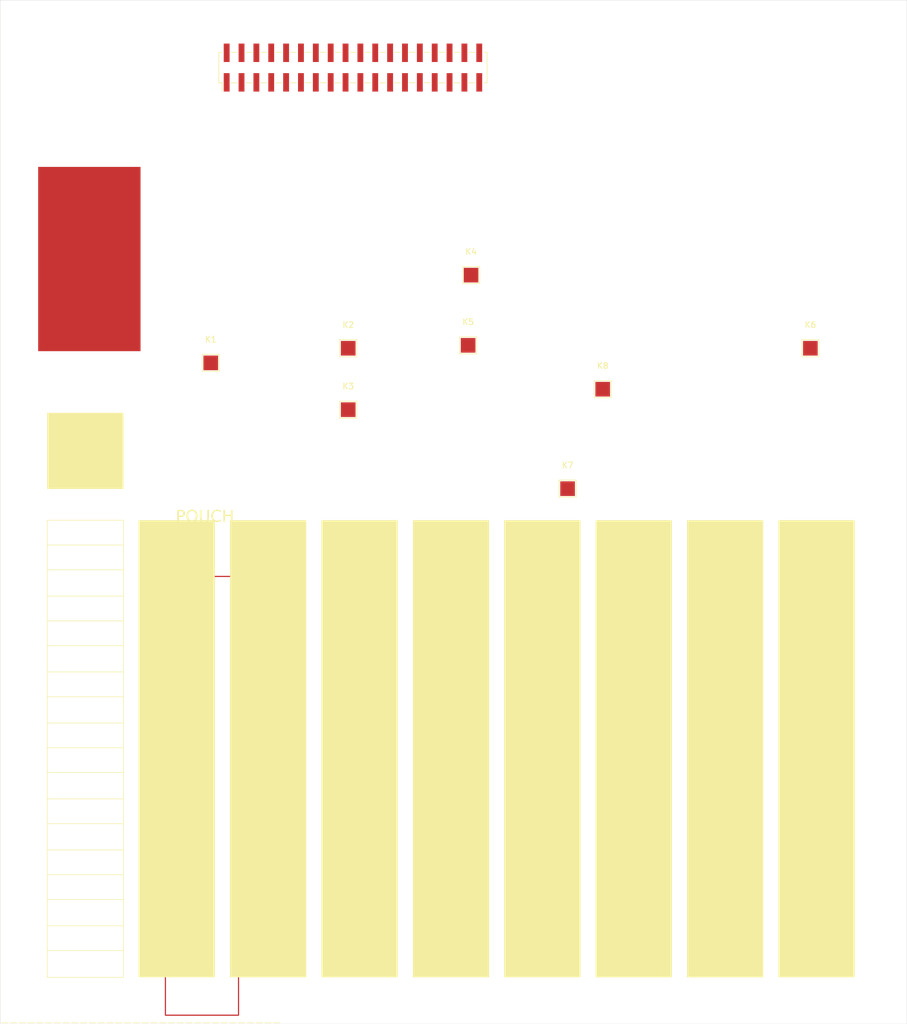
<source format=kicad_pcb>
(kicad_pcb (version 20240108) (generator "pcbnew") (generator_version "8.0")
  (layers (0 "F.Cu" signal) (31 "B.Cu" signal) (34 "B.Paste" user) (35 "F.Paste" user) (36 "B.SilkS" user "B.Silkscreen") (37 "F.SilkS" user "F.Silkscreen") (38 "B.Mask" user) (39 "F.Mask" user) (44 "Edge.Cuts" user))
  (net 0 "")
  (net 1 "Net-(J2-Pin_3)")
  (net 3 "Net-(J2-Pin_5)")
  (net 10 "Net-(J2-Pin_1)")
  (net 20 "Net-(J2-Pin_7)")
  (net 21 "Net-(J2-Pin_9)")
  (net 29 "Net-(J2-Pin_11)")
  (net 31 "Net-(J2-Pin_15)")
  (net 32 "Net-(J2-Pin_17)")
  (net 36 "Net-(J2-Pin_13)")
  (footprint "TestPoint:TestPoint_Pad_2.5x2.5mm" (layer "F.Cu") (at 61 83)
    (property "Reference" "K1" (at 0 -4 0) (layer "F.SilkS"))
    (property "Value" "Conn_01x01")
    (fp_line (start -1.45 -1.45) (end 1.45 -1.45) (stroke (width 0.12)) (layer "F.SilkS"))
    (fp_line (start -1.45 1.45) (end -1.45 -1.45) (stroke (width 0.12)) (layer "F.SilkS"))
    (fp_line (start 1.45 -1.45) (end 1.45 1.45) (stroke (width 0.12)) (layer "F.SilkS"))
    (fp_line (start 1.45 1.45) (end -1.45 1.45) (stroke (width 0.12)) (layer "F.SilkS"))
    (pad "1" smd rect (at 0 0) (size 2.5 2.5) (layers "F.Cu" "F.Mask") (net 10 "Net-(J2-Pin_1)"))
  )
  (footprint "Connector_PinHeader_2.54mm:PinHeader_2x18_P2.54mm_Vertical_SMD" (layer "F.Cu") (at 85.31 32.525 90)
    (property "Reference" "J2" (hide yes))
    (property "Value" "Conn_02x18_Counter_Clockwise")
    (fp_line (start 2.6 -22.92) (end 2.6 -22.35) (stroke (width 0.12)) (layer "F.SilkS"))
    (fp_line (start -2.6 -22.92) (end 2.6 -22.92) (stroke (width 0.12)) (layer "F.SilkS"))
    (fp_line (start -2.6 -22.92) (end -2.6 -22.35) (stroke (width 0.12)) (layer "F.SilkS"))
    (fp_line (start -4.04 -22.35) (end -2.6 -22.35) (stroke (width 0.12)) (layer "F.SilkS"))
    (fp_line (start 2.6 -20.83) (end 2.6 -19.81) (stroke (width 0.12)) (layer "F.SilkS"))
    (fp_line (start -2.6 -20.83) (end -2.6 -19.81) (stroke (width 0.12)) (layer "F.SilkS"))
    (fp_line (start 2.6 -18.29) (end 2.6 -17.27) (stroke (width 0.12)) (layer "F.SilkS"))
    (fp_line (start -2.6 -18.29) (end -2.6 -17.27) (stroke (width 0.12)) (layer "F.SilkS"))
    (fp_line (start 2.6 -15.75) (end 2.6 -14.73) (stroke (width 0.12)) (layer "F.SilkS"))
    (fp_line (start -2.6 -15.75) (end -2.6 -14.73) (stroke (width 0.12)) (layer "F.SilkS"))
    (fp_line (start 2.6 -13.21) (end 2.6 -12.19) (stroke (width 0.12)) (layer "F.SilkS"))
    (fp_line (start -2.6 -13.21) (end -2.6 -12.19) (stroke (width 0.12)) (layer "F.SilkS"))
    (fp_line (start 2.6 -10.67) (end 2.6 -9.65) (stroke (width 0.12)) (layer "F.SilkS"))
    (fp_line (start -2.6 -10.67) (end -2.6 -9.65) (stroke (width 0.12)) (layer "F.SilkS"))
    (fp_line (start 2.6 -8.13) (end 2.6 -7.11) (stroke (width 0.12)) (layer "F.SilkS"))
    (fp_line (start -2.6 -8.13) (end -2.6 -7.11) (stroke (width 0.12)) (layer "F.SilkS"))
    (fp_line (start 2.6 -5.59) (end 2.6 -4.57) (stroke (width 0.12)) (layer "F.SilkS"))
    (fp_line (start -2.6 -5.59) (end -2.6 -4.57) (stroke (width 0.12)) (layer "F.SilkS"))
    (fp_line (start 2.6 -3.05) (end 2.6 -2.03) (stroke (width 0.12)) (layer "F.SilkS"))
    (fp_line (start -2.6 -3.05) (end -2.6 -2.03) (stroke (width 0.12)) (layer "F.SilkS"))
    (fp_line (start 2.6 -0.51) (end 2.6 0.51) (stroke (width 0.12)) (layer "F.SilkS"))
    (fp_line (start -2.6 -0.51) (end -2.6 0.51) (stroke (width 0.12)) (layer "F.SilkS"))
    (fp_line (start 2.6 2.03) (end 2.6 3.05) (stroke (width 0.12)) (layer "F.SilkS"))
    (fp_line (start -2.6 2.03) (end -2.6 3.05) (stroke (width 0.12)) (layer "F.SilkS"))
    (fp_line (start 2.6 4.57) (end 2.6 5.59) (stroke (width 0.12)) (layer "F.SilkS"))
    (fp_line (start -2.6 4.57) (end -2.6 5.59) (stroke (width 0.12)) (layer "F.SilkS"))
    (fp_line (start 2.6 7.11) (end 2.6 8.13) (stroke (width 0.12)) (layer "F.SilkS"))
    (fp_line (start -2.6 7.11) (end -2.6 8.13) (stroke (width 0.12)) (layer "F.SilkS"))
    (fp_line (start 2.6 9.65) (end 2.6 10.67) (stroke (width 0.12)) (layer "F.SilkS"))
    (fp_line (start -2.6 9.65) (end -2.6 10.67) (stroke (width 0.12)) (layer "F.SilkS"))
    (fp_line (start 2.6 12.19) (end 2.6 13.21) (stroke (width 0.12)) (layer "F.SilkS"))
    (fp_line (start -2.6 12.19) (end -2.6 13.21) (stroke (width 0.12)) (layer "F.SilkS"))
    (fp_line (start 2.6 14.73) (end 2.6 15.75) (stroke (width 0.12)) (layer "F.SilkS"))
    (fp_line (start -2.6 14.73) (end -2.6 15.75) (stroke (width 0.12)) (layer "F.SilkS"))
    (fp_line (start 2.6 17.27) (end 2.6 18.29) (stroke (width 0.12)) (layer "F.SilkS"))
    (fp_line (start -2.6 17.27) (end -2.6 18.29) (stroke (width 0.12)) (layer "F.SilkS"))
    (fp_line (start 2.6 19.81) (end 2.6 20.83) (stroke (width 0.12)) (layer "F.SilkS"))
    (fp_line (start -2.6 19.81) (end -2.6 20.83) (stroke (width 0.12)) (layer "F.SilkS"))
    (fp_line (start 2.6 22.35) (end 2.6 22.92) (stroke (width 0.12)) (layer "F.SilkS"))
    (fp_line (start -2.6 22.35) (end -2.6 22.92) (stroke (width 0.12)) (layer "F.SilkS"))
    (fp_line (start -2.6 22.92) (end 2.6 22.92) (stroke (width 0.12)) (layer "F.SilkS"))
    (pad "1" smd rect (at -2.525 -21.59 90) (size 3.15 1) (layers "F.Cu" "F.Paste" "F.Mask") (net 10 "Net-(J2-Pin_1)"))
    (pad "2" smd rect (at 2.525 -21.59 90) (size 3.15 1) (layers "F.Cu" "F.Paste" "F.Mask"))
    (pad "3" smd rect (at -2.525 -19.05 90) (size 3.15 1) (layers "F.Cu" "F.Paste" "F.Mask") (net 1 "Net-(J2-Pin_3)"))
    (pad "4" smd rect (at 2.525 -19.05 90) (size 3.15 1) (layers "F.Cu" "F.Paste" "F.Mask"))
    (pad "5" smd rect (at -2.525 -16.51 90) (size 3.15 1) (layers "F.Cu" "F.Paste" "F.Mask") (net 3 "Net-(J2-Pin_5)"))
    (pad "6" smd rect (at 2.525 -16.51 90) (size 3.15 1) (layers "F.Cu" "F.Paste" "F.Mask"))
    (pad "7" smd rect (at -2.525 -13.97 90) (size 3.15 1) (layers "F.Cu" "F.Paste" "F.Mask") (net 20 "Net-(J2-Pin_7)"))
    (pad "8" smd rect (at 2.525 -13.97 90) (size 3.15 1) (layers "F.Cu" "F.Paste" "F.Mask"))
    (pad "9" smd rect (at -2.525 -11.43 90) (size 3.15 1) (layers "F.Cu" "F.Paste" "F.Mask") (net 21 "Net-(J2-Pin_9)"))
    (pad "10" smd rect (at 2.525 -11.43 90) (size 3.15 1) (layers "F.Cu" "F.Paste" "F.Mask"))
    (pad "11" smd rect (at -2.525 -8.89 90) (size 3.15 1) (layers "F.Cu" "F.Paste" "F.Mask") (net 29 "Net-(J2-Pin_11)"))
    (pad "12" smd rect (at 2.525 -8.89 90) (size 3.15 1) (layers "F.Cu" "F.Paste" "F.Mask"))
    (pad "13" smd rect (at -2.525 -6.35 90) (size 3.15 1) (layers "F.Cu" "F.Paste" "F.Mask") (net 36 "Net-(J2-Pin_13)"))
    (pad "14" smd rect (at 2.525 -6.35 90) (size 3.15 1) (layers "F.Cu" "F.Paste" "F.Mask"))
    (pad "15" smd rect (at -2.525 -3.81 90) (size 3.15 1) (layers "F.Cu" "F.Paste" "F.Mask") (net 31 "Net-(J2-Pin_15)"))
    (pad "16" smd rect (at 2.525 -3.81 90) (size 3.15 1) (layers "F.Cu" "F.Paste" "F.Mask"))
    (pad "17" smd rect (at -2.525 -1.27 90) (size 3.15 1) (layers "F.Cu" "F.Paste" "F.Mask") (net 32 "Net-(J2-Pin_17)"))
    (pad "18" smd rect (at 2.525 -1.27 90) (size 3.15 1) (layers "F.Cu" "F.Paste" "F.Mask"))
    (pad "19" smd rect (at -2.525 1.27 90) (size 3.15 1) (layers "F.Cu" "F.Paste" "F.Mask"))
    (pad "20" smd rect (at 2.525 1.27 90) (size 3.15 1) (layers "F.Cu" "F.Paste" "F.Mask"))
    (pad "21" smd rect (at -2.525 3.81 90) (size 3.15 1) (layers "F.Cu" "F.Paste" "F.Mask"))
    (pad "22" smd rect (at 2.525 3.81 90) (size 3.15 1) (layers "F.Cu" "F.Paste" "F.Mask"))
    (pad "23" smd rect (at -2.525 6.35 90) (size 3.15 1) (layers "F.Cu" "F.Paste" "F.Mask"))
    (pad "24" smd rect (at 2.525 6.35 90) (size 3.15 1) (layers "F.Cu" "F.Paste" "F.Mask"))
    (pad "25" smd rect (at -2.525 8.89 90) (size 3.15 1) (layers "F.Cu" "F.Paste" "F.Mask"))
    (pad "26" smd rect (at 2.525 8.89 90) (size 3.15 1) (layers "F.Cu" "F.Paste" "F.Mask"))
    (pad "27" smd rect (at -2.525 11.43 90) (size 3.15 1) (layers "F.Cu" "F.Paste" "F.Mask"))
    (pad "28" smd rect (at 2.525 11.43 90) (size 3.15 1) (layers "F.Cu" "F.Paste" "F.Mask"))
    (pad "29" smd rect (at -2.525 13.97 90) (size 3.15 1) (layers "F.Cu" "F.Paste" "F.Mask"))
    (pad "30" smd rect (at 2.525 13.97 90) (size 3.15 1) (layers "F.Cu" "F.Paste" "F.Mask"))
    (pad "31" smd rect (at -2.525 16.51 90) (size 3.15 1) (layers "F.Cu" "F.Paste" "F.Mask"))
    (pad "32" smd rect (at 2.525 16.51 90) (size 3.15 1) (layers "F.Cu" "F.Paste" "F.Mask"))
    (pad "33" smd rect (at -2.525 19.05 90) (size 3.15 1) (layers "F.Cu" "F.Paste" "F.Mask"))
    (pad "34" smd rect (at 2.525 19.05 90) (size 3.15 1) (layers "F.Cu" "F.Paste" "F.Mask"))
    (pad "35" smd rect (at -2.525 21.59 90) (size 3.15 1) (layers "F.Cu" "F.Paste" "F.Mask"))
    (pad "36" smd rect (at 2.525 21.59 90) (size 3.15 1) (layers "F.Cu" "F.Paste" "F.Mask"))
  )
  (footprint "TestPoint:TestPoint_Pad_2.5x2.5mm" (layer "F.Cu") (at 122 104.5)
    (property "Reference" "K7" (at 0 -4 0) (layer "F.SilkS"))
    (property "Value" "Conn_01x01")
    (fp_line (start -1.45 -1.45) (end 1.45 -1.45) (stroke (width 0.12)) (layer "F.SilkS"))
    (fp_line (start -1.45 1.45) (end -1.45 -1.45) (stroke (width 0.12)) (layer "F.SilkS"))
    (fp_line (start 1.45 -1.45) (end 1.45 1.45) (stroke (width 0.12)) (layer "F.SilkS"))
    (fp_line (start 1.45 1.45) (end -1.45 1.45) (stroke (width 0.12)) (layer "F.SilkS"))
    (pad "1" smd rect (at 0 0) (size 2.5 2.5) (layers "F.Cu" "F.Mask") (net 36 "Net-(J2-Pin_13)"))
  )
  (footprint "TestPoint:TestPoint_Pad_2.5x2.5mm" (layer "F.Cu") (at 84.5 80.5)
    (property "Reference" "K2" (at 0 -4 0) (layer "F.SilkS"))
    (property "Value" "Conn_01x01")
    (fp_line (start -1.45 -1.45) (end 1.45 -1.45) (stroke (width 0.12)) (layer "F.SilkS"))
    (fp_line (start -1.45 1.45) (end -1.45 -1.45) (stroke (width 0.12)) (layer "F.SilkS"))
    (fp_line (start 1.45 -1.45) (end 1.45 1.45) (stroke (width 0.12)) (layer "F.SilkS"))
    (fp_line (start 1.45 1.45) (end -1.45 1.45) (stroke (width 0.12)) (layer "F.SilkS"))
    (pad "1" smd rect (at 0 0) (size 2.5 2.5) (layers "F.Cu" "F.Mask") (net 1 "Net-(J2-Pin_3)"))
  )
  (footprint "TestPoint:TestPoint_Pad_2.5x2.5mm" (layer "F.Cu") (at 105 80)
    (property "Reference" "K5" (at 0 -4 0) (layer "F.SilkS"))
    (property "Value" "Conn_01x01")
    (fp_line (start -1.45 -1.45) (end 1.45 -1.45) (stroke (width 0.12)) (layer "F.SilkS"))
    (fp_line (start -1.45 1.45) (end -1.45 -1.45) (stroke (width 0.12)) (layer "F.SilkS"))
    (fp_line (start 1.45 -1.45) (end 1.45 1.45) (stroke (width 0.12)) (layer "F.SilkS"))
    (fp_line (start 1.45 1.45) (end -1.45 1.45) (stroke (width 0.12)) (layer "F.SilkS"))
    (pad "1" smd rect (at 0 0) (size 2.5 2.5) (layers "F.Cu" "F.Mask") (net 21 "Net-(J2-Pin_9)"))
  )
  (footprint "TestPoint:TestPoint_Pad_2.5x2.5mm" (layer "F.Cu") (at 163.5 80.5)
    (property "Reference" "K6" (at 0 -4 0) (layer "F.SilkS"))
    (property "Value" "Conn_01x01")
    (fp_line (start -1.45 -1.45) (end 1.45 -1.45) (stroke (width 0.12)) (layer "F.SilkS"))
    (fp_line (start -1.45 1.45) (end -1.45 -1.45) (stroke (width 0.12)) (layer "F.SilkS"))
    (fp_line (start 1.45 -1.45) (end 1.45 1.45) (stroke (width 0.12)) (layer "F.SilkS"))
    (fp_line (start 1.45 1.45) (end -1.45 1.45) (stroke (width 0.12)) (layer "F.SilkS"))
    (pad "1" smd rect (at 0 0) (size 2.5 2.5) (layers "F.Cu" "F.Mask") (net 29 "Net-(J2-Pin_11)"))
  )
  (footprint "TestPoint:TestPoint_Pad_2.5x2.5mm" (layer "F.Cu") (at 128 87.5)
    (property "Reference" "K8" (at 0 -4 0) (layer "F.SilkS"))
    (property "Value" "Conn_01x01")
    (fp_line (start -1.45 -1.45) (end 1.45 -1.45) (stroke (width 0.12)) (layer "F.SilkS"))
    (fp_line (start -1.45 1.45) (end -1.45 -1.45) (stroke (width 0.12)) (layer "F.SilkS"))
    (fp_line (start 1.45 -1.45) (end 1.45 1.45) (stroke (width 0.12)) (layer "F.SilkS"))
    (fp_line (start 1.45 1.45) (end -1.45 1.45) (stroke (width 0.12)) (layer "F.SilkS"))
    (pad "1" smd rect (at 0 0) (size 2.5 2.5) (layers "F.Cu" "F.Mask") (net 31 "Net-(J2-Pin_15)"))
  )
  (footprint "TestPoint:TestPoint_Pad_2.5x2.5mm" (layer "F.Cu") (at 105.5 68)
    (property "Reference" "K4" (at 0 -4 0) (layer "F.SilkS"))
    (property "Value" "Conn_01x01")
    (fp_line (start -1.45 -1.45) (end 1.45 -1.45) (stroke (width 0.12)) (layer "F.SilkS"))
    (fp_line (start -1.45 1.45) (end -1.45 -1.45) (stroke (width 0.12)) (layer "F.SilkS"))
    (fp_line (start 1.45 -1.45) (end 1.45 1.45) (stroke (width 0.12)) (layer "F.SilkS"))
    (fp_line (start 1.45 1.45) (end -1.45 1.45) (stroke (width 0.12)) (layer "F.SilkS"))
    (pad "1" smd rect (at 0 0) (size 2.5 2.5) (layers "F.Cu" "F.Mask") (net 20 "Net-(J2-Pin_7)"))
  )
  (footprint "TestPoint:TestPoint_Pad_2.5x2.5mm" (layer "F.Cu") (at 84.5 91)
    (property "Reference" "K3" (at 0 -4 0) (layer "F.SilkS"))
    (property "Value" "Conn_01x01")
    (fp_line (start -1.45 -1.45) (end 1.45 -1.45) (stroke (width 0.12)) (layer "F.SilkS"))
    (fp_line (start -1.45 1.45) (end -1.45 -1.45) (stroke (width 0.12)) (layer "F.SilkS"))
    (fp_line (start 1.45 -1.45) (end 1.45 1.45) (stroke (width 0.12)) (layer "F.SilkS"))
    (fp_line (start 1.45 1.45) (end -1.45 1.45) (stroke (width 0.12)) (layer "F.SilkS"))
    (pad "1" smd rect (at 0 0) (size 2.5 2.5) (layers "F.Cu" "F.Mask") (net 3 "Net-(J2-Pin_5)"))
  )
  (gr_poly (pts (xy 31.5 49.5) (xy 49 49.5) (xy 49 81) (xy 31.5 81)) (fill solid) (layer "F.Cu"))
  (gr_rect (start 53.25 119.5) (end 65.75 194.5) (stroke (width 0.2)) (fill none) (layer "F.Cu"))
  (gr_poly (pts (xy 124.193286 188.018644) (xy 111.173145 188.018644) (xy 111.173145 109.895117) (xy 124.193286 109.895117)) (stroke (width -0.000001)) (fill solid) (layer "F.SilkS"))
  (gr_line (start 33.04698 118.364432) (end 46.011562 118.364432) (stroke (width 0.1)) (layer "F.SilkS"))
  (gr_line (start 33.04698 131.329008) (end 46.011562 131.329008) (stroke (width 0.1)) (layer "F.SilkS"))
  (gr_poly (pts (xy 92.943355 188.018644) (xy 79.923206 188.018644) (xy 79.923206 109.895117) (xy 92.943355 109.895117)) (stroke (width -0.000001)) (fill solid) (layer "F.SilkS"))
  (gr_line (start 33.04698 188.023924) (end 33.04698 109.897764) (stroke (width 0.1)) (layer "F.SilkS"))
  (gr_poly (pts (xy 77.317062 188.021284) (xy 64.296917 188.021284) (xy 64.296917 109.897764) (xy 77.317062 109.897764)) (stroke (width -0.000001)) (fill solid) (layer "F.SilkS"))
  (gr_poly (pts (xy 155.440578 188.021284) (xy 142.420436 188.021284) (xy 142.420436 109.897764) (xy 155.440578 109.897764)) (stroke (width -0.000001)) (fill solid) (layer "F.SilkS"))
  (gr_line (start 33.04698 114.131102) (end 46.011562 114.131102) (stroke (width 0.1)) (layer "F.SilkS"))
  (gr_line (start 33.04698 157.522764) (end 46.011562 157.522764) (stroke (width 0.1)) (layer "F.SilkS"))
  (gr_poly (pts (xy 61.690773 188.015989) (xy 48.670625 188.015989) (xy 48.670625 109.89247) (xy 61.690773 109.89247)) (stroke (width -0.000001)) (fill solid) (layer "F.SilkS"))
  (gr_line (start 33.04698 170.487349) (end 46.011562 170.487349) (stroke (width 0.1)) (layer "F.SilkS"))
  (gr_line (start 46.06977 109.897764) (end 46.06977 188.023924) (stroke (width 0.1)) (layer "F.SilkS"))
  (gr_line (start 33.04698 153.02484) (end 46.011562 153.02484) (stroke (width 0.1)) (layer "F.SilkS"))
  (gr_line (start 33.04698 148.791517) (end 46.011562 148.791517) (stroke (width 0.1)) (layer "F.SilkS"))
  (gr_line (start 33.04698 122.862349) (end 46.011562 122.862349) (stroke (width 0.1)) (layer "F.SilkS"))
  (gr_line (start 33.04698 179.218596) (end 46.011562 179.218596) (stroke (width 0.1)) (layer "F.SilkS"))
  (gr_line (start 33.04698 140.06027) (end 46.011562 140.06027) (stroke (width 0.1)) (layer "F.SilkS"))
  (gr_poly (pts (xy 46.064479 104.55583) (xy 33.04698 104.55583) (xy 33.04698 91.538328) (xy 46.064479 91.538328)) (stroke (width -0.000001)) (fill solid) (layer "F.SilkS"))
  (gr_line (start 33.04698 183.451933) (end 46.011562 183.451933) (stroke (width 0.1)) (layer "F.SilkS"))
  (gr_line (start 33.04698 135.826933) (end 46.011562 135.826933) (stroke (width 0.1)) (layer "F.SilkS"))
  (gr_poly (pts (xy 108.577579 188.018644) (xy 95.557437 188.018644) (xy 95.557437 109.895117) (xy 108.577579 109.895117)) (stroke (width -0.000001)) (fill solid) (layer "F.SilkS"))
  (gr_poly (pts (xy 171.06686 188.018644) (xy 158.046718 188.018644) (xy 158.046718 109.895117) (xy 171.06686 109.895117)) (stroke (width -0.000001)) (fill solid) (layer "F.SilkS"))
  (gr_line (start 33.04698 174.720686) (end 46.011562 174.720686) (stroke (width 0.1)) (layer "F.SilkS"))
  (gr_line (start 33.04698 109.897764) (end 46.06977 109.897764) (stroke (width 0.1)) (layer "F.SilkS"))
  (gr_line (start 33.04698 166.254011) (end 46.011562 166.254011) (stroke (width 0.1)) (layer "F.SilkS"))
  (gr_line (start 25.233835 195.784147) (end 72.858833 195.784147) (stroke (width 0.1) (type dash)) (layer "F.SilkS"))
  (gr_poly (pts (xy 139.816928 188.021284) (xy 126.796787 188.021284) (xy 126.796787 109.897764) (xy 139.816928 109.897764)) (stroke (width -0.000001)) (fill solid) (layer "F.SilkS"))
  (gr_line (start 46.06977 188.023924) (end 33.04698 188.023924) (stroke (width 0.1)) (layer "F.SilkS"))
  (gr_line (start 33.04698 161.756102) (end 46.011562 161.756102) (stroke (width 0.1)) (layer "F.SilkS"))
  (gr_line (start 33.04698 144.55818) (end 46.011562 144.55818) (stroke (width 0.1)) (layer "F.SilkS"))
  (gr_line (start 33.04698 127.095678) (end 46.011562 127.095678) (stroke (width 0.1)) (layer "F.SilkS"))
  (gr_rect (start 25 21) (end 180 196) (stroke (width 0.05)) (fill none) (layer "Edge.Cuts"))
  (gr_text "POUCH" (at 55 110.5 0) (layer "F.SilkS") (effects (font (size 2 2) (thickness 0.1)) (justify left bottom)))
)
</source>
